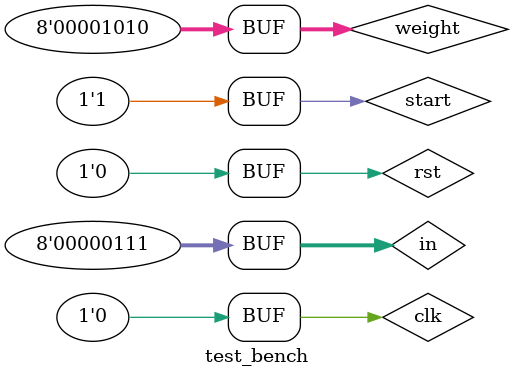
<source format=v>
`timescale 1ns / 1ps


module test_bench;
reg clk, rst, start;
	reg [7:0]in;
	reg [7:0]weight;
	
	parameter M = 4;
	parameter N = 18;
	wire ready;
	wire [17:0]out;

	Neuron #(N, M)Neuron_0(clk, rst, start, in, weight, out, ready);
	initial begin
		start = 1'b1;
		rst = 1'b0;
		#20
		rst = 1'b1;
		#20
		rst = 1'b0;
		#20
		#80 #20 clk = 1'b0;
		#80 #20 clk = 1'b1;
		#80 #20 clk = 1'b0;
		#80 in = 8'b00000011; weight = 8'b00000110; #20 clk = 1'b1;
		#80 #20 clk = 1'b0;
		#80 #20 clk = 1'b1;
		#80 #20 clk = 1'b0;
		#80 in = 8'b00000010; weight = 8'b00000010; #20 clk = 1'b1;
		#80 #20 clk = 1'b0;
		#80 #20 clk = 1'b1;
		#80 #20 clk = 1'b0;
		#80 in = 8'b00000011; weight = 8'b00011010; #20 clk = 1'b1;
		#80 #20 clk = 1'b0;
		#80 #20 clk = 1'b1;
		#80 #20 clk = 1'b0;
		#80 in = 8'b00000111; weight = 8'b00001010; #20 clk = 1'b1;
		#80 #20 clk = 1'b0;
		#80 #20 clk = 1'b1;
		#80 #20 clk = 1'b0;
		$monitor("Expected output: %d, Actual output: %d", 170, out);
	end
endmodule


</source>
